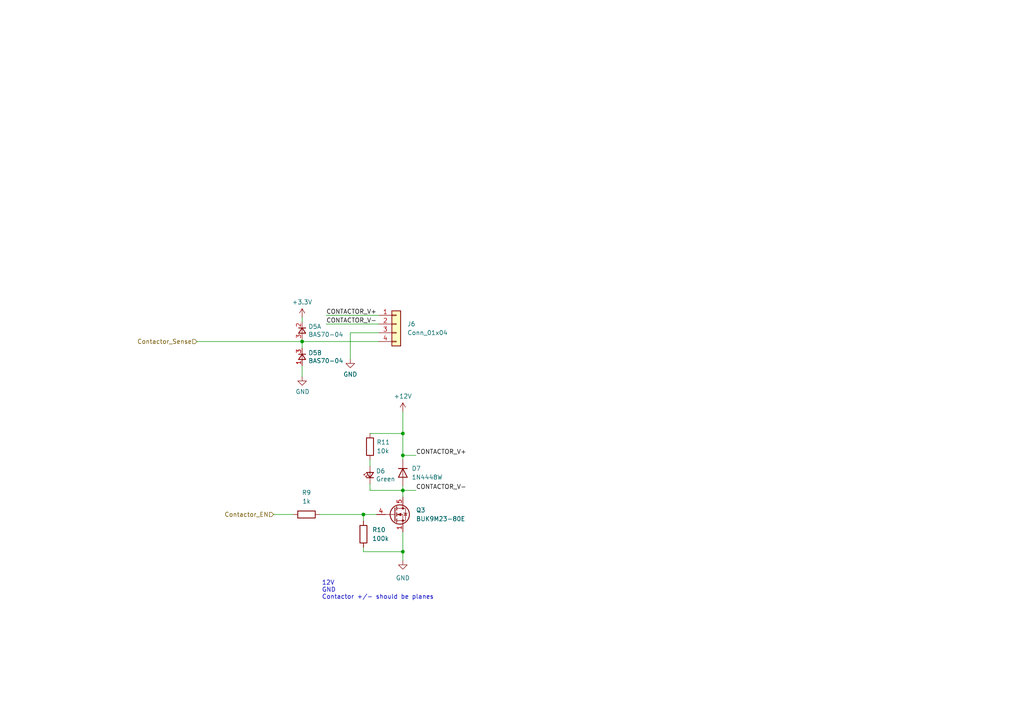
<source format=kicad_sch>
(kicad_sch (version 20231120) (generator "eeschema") (generator_version "8.0")
  (paper "A4")
  (lib_symbols
    (symbol "Connector_Generic:Conn_01x04" (pin_names (offset 1.016) hide)
      (property "Reference" "J" (at 0 5.08 0))
      (property "Value" "Conn_01x04" (at 0 -7.62 0))
      (symbol "Conn_01x04_1_1"
        (rectangle (start -1.27 -4.953) (end 0 -5.207) (stroke (width 0.1524)))
        (rectangle (start -1.27 -2.413) (end 0 -2.667) (stroke (width 0.1524)))
        (rectangle (start -1.27 0.127) (end 0 -0.127) (stroke (width 0.1524)))
        (rectangle (start -1.27 2.667) (end 0 2.413) (stroke (width 0.1524)))
        (rectangle (start -1.27 3.81) (end 1.27 -6.35) (stroke (width 0.254)) (fill (type background)))
        (pin passive line (at -5.08 2.54 0) (length 3.81) (name "Pin_1") (number "1"))
        (pin passive line (at -5.08 0 0) (length 3.81) (name "Pin_2") (number "2"))
        (pin passive line (at -5.08 -2.54 0) (length 3.81) (name "Pin_3") (number "3"))
        (pin passive line (at -5.08 -5.08 0) (length 3.81) (name "Pin_4") (number "4"))
      )
    )
    (symbol "Device:LED_Small" (pin_numbers hide) (pin_names (offset 0.254) hide)
      (property "Reference" "D" (at -1.27 3.175 0))
      (property "Value" "LED_Small" (at -4.445 -2.54 0))
      (symbol "LED_Small_0_1"
        (polyline (pts (xy -0.762 -1.016) (xy -0.762 1.016)) (stroke (width 0.254)))
        (polyline (pts (xy 1.016 0) (xy -0.762 0)))
        (polyline (pts (xy 0.762 -1.016) (xy -0.762 0) (xy 0.762 1.016) (xy 0.762 -1.016)) (stroke (width 0.254)))
        (polyline (pts (xy 0 0.762) (xy -0.508 1.27) (xy -0.254 1.27) (xy -0.508 1.27) (xy -0.508 1.016)))
        (polyline (pts (xy 0.508 1.27) (xy 0 1.778) (xy 0.254 1.778) (xy 0 1.778) (xy 0 1.524)))
      )
      (symbol "LED_Small_1_1"
        (pin passive line (at -2.54 0 0) (length 1.778) (name "K") (number "1"))
        (pin passive line (at 2.54 0 180) (length 1.778) (name "A") (number "2"))
      )
    )
    (symbol "Device:R" (pin_numbers hide) (pin_names (offset 0))
      (property "Reference" "R" (at 2.032 0 90))
      (property "Value" "R" (at 0 0 90))
      (symbol "R_0_1"
        (rectangle (start -1.016 -2.54) (end 1.016 2.54) (stroke (width 0.254)))
      )
      (symbol "R_1_1"
        (pin passive line (at 0 3.81 270) (length 1.27) (name "~") (number "1"))
        (pin passive line (at 0 -3.81 90) (length 1.27) (name "~") (number "2"))
      )
    )
    (symbol "Diode:1N4448W" (pin_numbers hide) (pin_names hide)
      (property "Reference" "D" (at 0 2.54 0))
      (property "Value" "1N4448W" (at 0 -2.54 0))
      (symbol "1N4448W_0_1"
        (polyline (pts (xy -1.27 1.27) (xy -1.27 -1.27)) (stroke (width 0.254)))
        (polyline (pts (xy 1.27 0) (xy -1.27 0)))
        (polyline (pts (xy 1.27 1.27) (xy 1.27 -1.27) (xy -1.27 0) (xy 1.27 1.27)) (stroke (width 0.254)))
      )
      (symbol "1N4448W_1_1"
        (pin passive line (at -3.81 0 0) (length 2.54) (name "K") (number "1"))
        (pin passive line (at 3.81 0 180) (length 2.54) (name "A") (number "2"))
      )
    )
    (symbol "Transistor_FET:BUK9M23-80EX" (pin_names hide)
      (property "Reference" "Q" (at 5.08 1.905 0))
      (property "Value" "BUK9M23-80EX" (at 5.08 0 0))
      (symbol "BUK9M23-80EX_0_1"
        (polyline (pts (xy 0.254 0) (xy -2.54 0)))
        (polyline (pts (xy 0.254 1.905) (xy 0.254 -1.905)) (stroke (width 0.254)))
        (polyline (pts (xy 0.762 -1.27) (xy 0.762 -2.286)) (stroke (width 0.254)))
        (polyline (pts (xy 0.762 0.508) (xy 0.762 -0.508)) (stroke (width 0.254)))
        (polyline (pts (xy 0.762 2.286) (xy 0.762 1.27)) (stroke (width 0.254)))
        (polyline (pts (xy 2.54 2.54) (xy 2.54 1.778)))
        (polyline (pts (xy 2.54 -2.54) (xy 2.54 0) (xy 0.762 0)))
        (polyline (pts (xy 0.762 -1.778) (xy 3.302 -1.778) (xy 3.302 1.778) (xy 0.762 1.778)))
        (polyline (pts (xy 1.016 0) (xy 2.032 0.381) (xy 2.032 -0.381) (xy 1.016 0)) (fill (type outline)))
        (polyline (pts (xy 2.794 0.508) (xy 2.921 0.381) (xy 3.683 0.381) (xy 3.81 0.254)))
        (polyline (pts (xy 3.302 0.381) (xy 2.921 -0.254) (xy 3.683 -0.254) (xy 3.302 0.381)))
        (circle (center 1.651 0) (radius 2.794) (stroke (width 0.254)))
        (circle (center 2.54 -1.778) (radius 0.254) (fill (type outline)))
        (circle (center 2.54 1.778) (radius 0.254) (fill (type outline)))
      )
      (symbol "BUK9M23-80EX_1_1"
        (pin passive line (at 2.54 -5.08 90) (length 2.54) (name "S") (number "1"))
        (pin passive line (at 2.54 -5.08 90) (length 2.54) hide (name "S") (number "2"))
        (pin passive line (at 2.54 -5.08 90) (length 2.54) hide (name "S") (number "3"))
        (pin passive line (at -5.08 0 0) (length 2.54) (name "G") (number "4"))
        (pin passive line (at 2.54 5.08 270) (length 2.54) (name "D") (number "5"))
      )
    )
    (symbol "power:+12V" (power) (pin_names (offset 0))
      (property "Value" "+12V" (at 0 3.556 0))
      (symbol "+12V_0_1"
        (polyline (pts (xy -0.762 1.27) (xy 0 2.54)))
        (polyline (pts (xy 0 0) (xy 0 2.54)))
        (polyline (pts (xy 0 2.54) (xy 0.762 1.27)))
      )
      (symbol "+12V_1_1"
        (pin power_in line (at 0 0 90) (length 0) hide (name "+12V") (number "1"))
      )
    )
    (symbol "power:+3.3V" (power) (pin_names (offset 0))
      (property "Value" "+3.3V" (at 0 3.556 0))
      (symbol "+3.3V_0_1"
        (polyline (pts (xy -0.762 1.27) (xy 0 2.54)))
        (polyline (pts (xy 0 0) (xy 0 2.54)))
        (polyline (pts (xy 0 2.54) (xy 0.762 1.27)))
      )
      (symbol "+3.3V_1_1"
        (pin power_in line (at 0 0 90) (length 0) hide (name "+3.3V") (number "1"))
      )
    )
    (symbol "power:GND" (power) (pin_names (offset 0))
      (property "Value" "GND" (at 0 -3.81 0))
      (symbol "GND_0_1"
        (polyline (pts (xy 0 0) (xy 0 -1.27) (xy 1.27 -1.27) (xy 0 -2.54) (xy -1.27 -1.27) (xy 0 -1.27)))
      )
      (symbol "GND_1_1"
        (pin power_in line (at 0 0 270) (length 0) hide (name "GND") (number "1"))
      )
    )
    (symbol "utsvt-chips:BAS70-04" (pin_names (offset 0.254) hide)
      (property "Reference" "D" (at -1.27 2.032 0))
      (property "Value" "BAS70-04" (at -3.81 -2.032 0))
      (symbol "BAS70-04_0_1"
        (polyline (pts (xy -0.762 -1.016) (xy -0.762 1.016)) (stroke (width 0.254)))
        (polyline (pts (xy -0.762 0) (xy 0.762 0)))
        (polyline (pts (xy 0.762 -1.016) (xy -0.762 0) (xy 0.762 1.016) (xy 0.762 -1.016)) (stroke (width 0.254)))
      )
      (symbol "BAS70-04_1_1"
        (pin power_in line (at -2.54 0 0) (length 1.778) (name "~") (number "2"))
        (pin passive line (at 2.54 0 180) (length 1.778) (name "~") (number "3"))
      )
      (symbol "BAS70-04_2_1"
        (pin power_in line (at 2.54 0 180) (length 1.778) (name "~") (number "1"))
        (pin passive line (at -2.54 0 0) (length 1.778) (name "~") (number "3"))
      )
    )
  )
  (junction (at 116.84 125.73))
  (junction (at 87.63 99.06))
  (junction (at 105.41 149.225))
  (junction (at 116.84 142.24))
  (junction (at 116.84 160.02))
  (junction (at 116.84 132.08))
  (wire (pts (xy 107.315 142.24) (xy 116.84 142.24)))
  (wire (pts (xy 116.84 154.305) (xy 116.84 160.02)))
  (wire (pts (xy 79.375 149.225) (xy 85.09 149.225)))
  (wire (pts (xy 87.63 92.075) (xy 87.63 93.345)))
  (wire (pts (xy 116.84 142.24) (xy 116.84 144.145)))
  (wire (pts (xy 107.315 140.335) (xy 107.315 142.24)))
  (wire (pts (xy 116.84 132.08) (xy 116.84 133.35)))
  (wire (pts (xy 105.41 151.13) (xy 105.41 149.225)))
  (wire (pts (xy 116.84 119.38) (xy 116.84 125.73)))
  (wire (pts (xy 105.41 160.02) (xy 105.41 158.75)))
  (wire (pts (xy 94.615 91.44) (xy 109.855 91.44)))
  (wire (pts (xy 105.41 149.225) (xy 109.22 149.225)))
  (wire (pts (xy 116.84 142.24) (xy 120.65 142.24)))
  (wire (pts (xy 105.41 160.02) (xy 116.84 160.02)))
  (wire (pts (xy 92.71 149.225) (xy 105.41 149.225)))
  (wire (pts (xy 116.84 125.73) (xy 116.84 132.08)))
  (wire (pts (xy 87.63 98.425) (xy 87.63 99.06)))
  (wire (pts (xy 101.6 96.52) (xy 101.6 104.14)))
  (wire (pts (xy 101.6 96.52) (xy 109.855 96.52)))
  (wire (pts (xy 94.615 93.98) (xy 109.855 93.98)))
  (wire (pts (xy 87.63 99.06) (xy 87.63 100.965)))
  (wire (pts (xy 57.15 99.06) (xy 87.63 99.06)))
  (wire (pts (xy 87.63 106.045) (xy 87.63 109.22)))
  (wire (pts (xy 116.84 160.02) (xy 116.84 162.56)))
  (wire (pts (xy 116.84 132.08) (xy 120.65 132.08)))
  (wire (pts (xy 87.63 99.06) (xy 109.855 99.06)))
  (wire (pts (xy 107.315 125.73) (xy 116.84 125.73)))
  (wire (pts (xy 116.84 140.97) (xy 116.84 142.24)))
  (wire (pts (xy 107.315 133.35) (xy 107.315 135.255)))
  (text "12V\nGND\nContactor +/- should be planes" (at 93.345 173.99 0) (effects (font (size 1.27 1.27)) (justify left bottom)))
  (label "CONTACTOR_V+" (at 120.65 132.08 0))
  (label "CONTACTOR_V+" (at 94.615 91.44 0))
  (label "CONTACTOR_V-" (at 94.615 93.98 0))
  (label "CONTACTOR_V-" (at 120.65 142.24 0))
  (hierarchical_label "Contactor_Sense" (shape input) (at 57.15 99.06 180))
  (hierarchical_label "Contactor_EN" (shape input) (at 79.375 149.225 180))
  (symbol (lib_id "Transistor_FET:BUK9M23-80EX") (at 114.3 149.225 0) (unit 1)
    (property "Reference" "Q2" (at 120.65 147.955 0) (effects (justify left)))
    (property "Value" "BUK9M23-80E" (at 120.65 150.495 0) (effects (justify left)))
    (property "Footprint" "Package_TO_SOT_SMD:LFPAK33" (effects (hide yes)))
    (property "Datasheet" "https://assets.nexperia.com/documents/data-sheet/BUK9M23-80E.pdf" (effects (hide yes)))
    (property "P/N" "BUK9M23-80E" (effects (hide yes)))
    (instances (project "BPS-LeaderDaughter" (path "" (reference "Q3") (unit 1)) (path "" (reference "Q2") (unit 1)) (path "" (reference "Q4") (unit 1))))
  )
  (symbol (lib_id "Device:R") (at 107.315 129.54 0) (unit 1)
    (property "Reference" "R7" (at 109.22 128.27 0) (effects (justify left)))
    (property "Value" "10k" (at 109.22 130.81 0) (effects (justify left)))
    (property "Footprint" "Resistor_SMD:R_0805_2012Metric" (effects (hide yes)))
    (property "P/N" "CRCW080510K0FKEAC" (effects (hide yes)))
    (instances (project "BPS-LeaderDaughter" (path "" (reference "R11") (unit 1)) (path "" (reference "R7") (unit 1)) (path "" (reference "R15") (unit 1))))
  )
  (symbol (lib_id "Diode:1N4448W") (at 116.84 137.16 270) (unit 1)
    (property "Reference" "D4" (at 119.38 135.89 90) (effects (justify left)))
    (property "Value" "1N4448W" (at 119.38 138.43 90) (effects (justify left)))
    (property "Footprint" "Diode_SMD:D_SOD-123" (effects (hide yes)))
    (property "Datasheet" "https://www.vishay.com/docs/85722/1n4448w.pdf" (effects (hide yes)))
    (property "Sim.Device" "D" (effects (hide yes)))
    (property "Sim.Pins" "1=K 2=A" (effects (hide yes)))
    (property "P/N" "1N4448W" (effects (hide yes)))
    (instances (project "BPS-LeaderDaughter" (path "" (reference "D7") (unit 1)) (path "" (reference "D4") (unit 1)) (path "" (reference "D10") (unit 1))))
  )
  (symbol (lib_id "power:GND") (at 116.84 162.56 0) (unit 1)
    (property "Reference" "#PWR028" (effects (hide yes)))
    (property "Value" "GND" (at 116.84 167.64 0))
    (instances (project "BPS-LeaderDaughter" (path "" (reference "#PWR034") (unit 1)) (path "" (reference "#PWR028") (unit 1)) (path "" (reference "#PWR040") (unit 1))))
  )
  (symbol (lib_id "Device:LED_Small") (at 107.315 137.795 90) (unit 1)
    (property "Reference" "D3" (at 109.0422 136.6266 90) (effects (justify right)))
    (property "Value" "Green" (at 109.0422 138.938 90) (effects (justify right)))
    (property "Footprint" "LED_SMD:LED_0805_2012Metric_Pad1.15x1.40mm_HandSolder" (effects (hide yes)))
    (property "P/N" "APTD2012LCGCK" (effects (hide yes)))
    (instances (project "BPS-LeaderDaughter" (path "" (reference "D6") (unit 1)) (path "" (reference "D3") (unit 1)) (path "" (reference "D9") (unit 1))) (project "ContactorDriver" (path "" (reference "D2") (unit 1))))
  )
  (symbol (lib_id "power:GND") (at 87.63 109.22 0) (unit 1)
    (property "Reference" "#PWR025" (effects (hide yes)))
    (property "Value" "GND" (at 87.757 113.6142 0))
    (instances (project "BPS-LeaderDaughter" (path "" (reference "#PWR031") (unit 1)) (path "" (reference "#PWR025") (unit 1)) (path "" (reference "#PWR037") (unit 1))) (project "BPS-Leader" (path "" (reference "#PWR062") (unit 1)) (path "" (reference "#PWR0115") (unit 1)) (path "" (reference "#PWR0115") (unit 1))))
  )
  (symbol (lib_id "Connector_Generic:Conn_01x04") (at 114.935 93.98 0) (unit 1)
    (property "Reference" "J5" (at 118.11 93.98 0) (effects (justify left)))
    (property "Value" "Conn_01x04" (at 118.11 96.52 0) (effects (justify left)))
    (property "Footprint" "UTSVT_Connectors:Molex_MicroFit3.0_1x4xP3.00mm_PolarizingPeg_Vertical" (effects (hide yes)))
    (property "P/N" "436500244" (effects (hide yes)))
    (instances (project "BPS-LeaderDaughter" (path "" (reference "J6") (unit 1)) (path "" (reference "J5") (unit 1)) (path "" (reference "J7") (unit 1))))
  )
  (symbol (lib_id "utsvt-chips:BAS70-04") (at 87.63 103.505 270) (unit 2)
    (property "Reference" "D2" (at 89.408 102.3366 90) (effects (justify left)))
    (property "Value" "BAS70-04" (at 89.408 104.648 90) (effects (justify left)))
    (property "Footprint" "Package_TO_SOT_SMD:SOT-23" (effects (hide yes)))
    (property "Datasheet" "https://www.mouser.com/ProductDetail/Diotec-Semiconductor/BAS70-04?qs=OlC7AqGiEDmMhsTIDmpeNQ%3D%3D" (effects (hide yes)))
    (property "P/N" "BAS70-04" (effects (hide yes)))
    (instances (project "BPS-LeaderDaughter" (path "" (reference "D5") (unit 2)) (path "" (reference "D2") (unit 2)) (path "" (reference "D8") (unit 2))) (project "BPS-Leader" (path "" (reference "D13") (unit 2)) (path "" (reference "D18") (unit 2)) (path "" (reference "D18") (unit 2))))
  )
  (symbol (lib_id "utsvt-chips:BAS70-04") (at 87.63 95.885 270) (unit 1)
    (property "Reference" "D2" (at 89.408 94.7166 90) (effects (justify left)))
    (property "Value" "BAS70-04" (at 89.408 97.028 90) (effects (justify left)))
    (property "Footprint" "Package_TO_SOT_SMD:SOT-23" (effects (hide yes)))
    (property "Datasheet" "https://www.mouser.com/ProductDetail/Diotec-Semiconductor/BAS70-04?qs=OlC7AqGiEDmMhsTIDmpeNQ%3D%3D" (effects (hide yes)))
    (property "P/N" "BAS70-04" (effects (hide yes)))
    (instances (project "BPS-LeaderDaughter" (path "" (reference "D5") (unit 1)) (path "" (reference "D2") (unit 1)) (path "" (reference "D8") (unit 1))) (project "BPS-Leader" (path "" (reference "D13") (unit 1)) (path "" (reference "D18") (unit 1)) (path "" (reference "D18") (unit 1))))
  )
  (symbol (lib_id "Device:R") (at 88.9 149.225 90) (unit 1)
    (property "Reference" "R5" (at 88.9 142.875 90))
    (property "Value" "1k" (at 88.9 145.415 90))
    (property "Footprint" "Resistor_SMD:R_0805_2012Metric" (effects (hide yes)))
    (property "P/N" "CRCW08051K00FKEAC" (effects (hide yes)))
    (instances (project "BPS-LeaderDaughter" (path "" (reference "R9") (unit 1)) (path "" (reference "R5") (unit 1)) (path "" (reference "R13") (unit 1))))
  )
  (symbol (lib_id "power:+3.3V") (at 87.63 92.075 0) (unit 1)
    (property "Reference" "#PWR024" (effects (hide yes)))
    (property "Value" "+3.3V" (at 87.63 87.63 0))
    (instances (project "BPS-LeaderDaughter" (path "" (reference "#PWR030") (unit 1)) (path "" (reference "#PWR024") (unit 1)) (path "" (reference "#PWR036") (unit 1))))
  )
  (symbol (lib_id "Device:R") (at 105.41 154.94 0) (unit 1)
    (property "Reference" "R6" (at 107.95 153.67 0) (effects (justify left)))
    (property "Value" "100k" (at 107.95 156.21 0) (effects (justify left)))
    (property "Footprint" "Resistor_SMD:R_0805_2012Metric" (effects (hide yes)))
    (property "P/N" "CRCW0805100KFKEAC" (effects (hide yes)))
    (instances (project "BPS-LeaderDaughter" (path "" (reference "R10") (unit 1)) (path "" (reference "R6") (unit 1)) (path "" (reference "R14") (unit 1))))
  )
  (symbol (lib_id "power:GND") (at 101.6 104.14 0) (unit 1)
    (property "Reference" "#PWR026" (effects (hide yes)))
    (property "Value" "GND" (at 101.6 108.585 0))
    (instances (project "BPS-LeaderDaughter" (path "" (reference "#PWR032") (unit 1)) (path "" (reference "#PWR026") (unit 1)) (path "" (reference "#PWR038") (unit 1))))
  )
  (symbol (lib_id "power:+12V") (at 116.84 119.38 0) (unit 1)
    (property "Reference" "#PWR027" (effects (hide yes)))
    (property "Value" "+12V" (at 116.84 114.935 0))
    (instances (project "BPS-LeaderDaughter" (path "" (reference "#PWR033") (unit 1)) (path "" (reference "#PWR027") (unit 1)) (path "" (reference "#PWR039") (unit 1))))
  )
)
</source>
